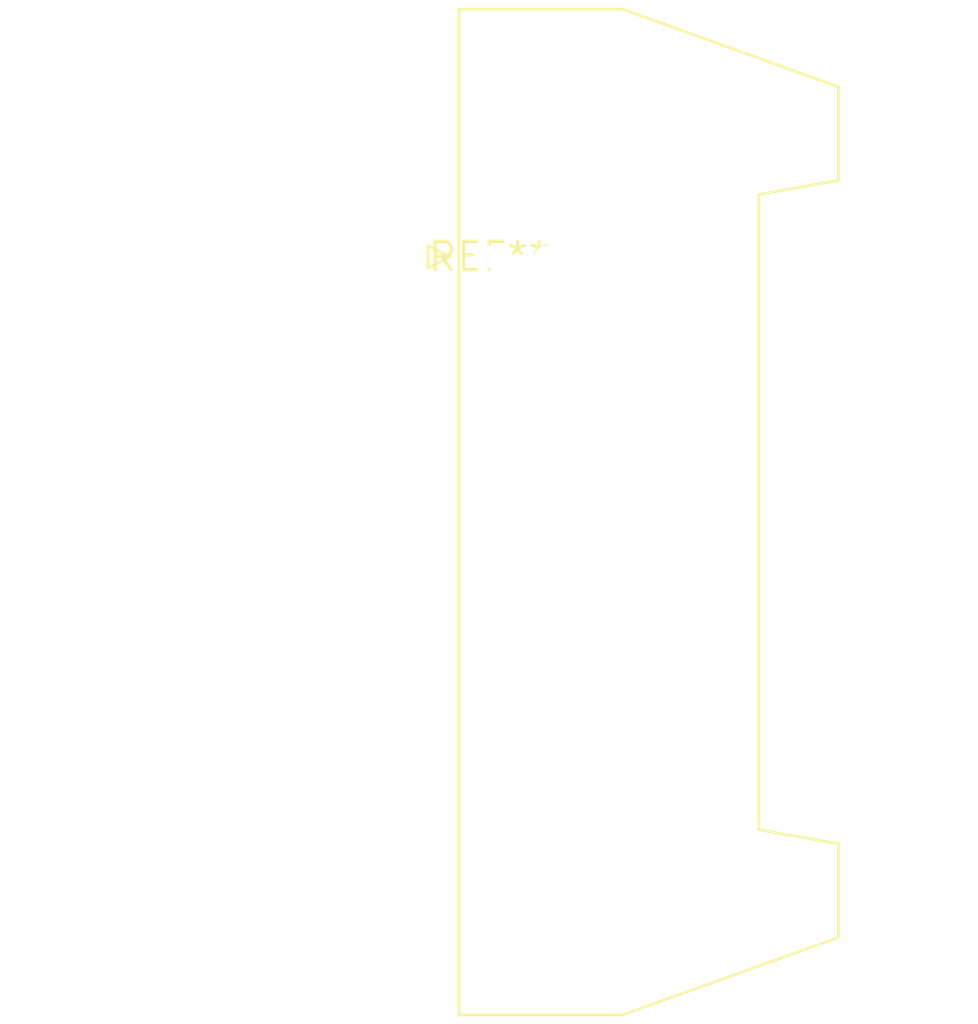
<source format=kicad_pcb>
(kicad_pcb (version 20240108) (generator pcbnew)
  (layers (0 "F.Cu" signal) (31 "B.Cu" signal) (34 "B.Paste" user) (35 "F.Paste" user) (36 "B.SilkS" user "B.Silkscreen") (37 "F.SilkS" user "F.Silkscreen") (38 "B.Mask" user) (39 "F.Mask" user) (44 "Edge.Cuts" user))
  (net 0 "")
  (footprint "IDC-Header_2x10_P2.54mm_Latch_Horizontal" (layer "F.Cu") (at 0 0)
    (property "Reference" "REF**")
    (property "Value" "IDC-Header_2x10_P2.54mm_Latch_Horizontal")
    (fp_line (start -2.74 -0.5) (end -2.74 0.5) (layer "F.SilkS") (stroke (width 0.12)))
    (fp_line (start -2.74 0.5) (end -1.74 0) (layer "F.SilkS") (stroke (width 0.12)))
    (fp_line (start -1.74 0) (end -2.74 -0.5) (layer "F.SilkS") (stroke (width 0.12)))
    (fp_line (start -1.35 -11.08) (end 5.98 -11.08) (layer "F.SilkS") (stroke (width 0.12)))
    (fp_line (start -1.35 33.94) (end -1.35 -11.08) (layer "F.SilkS") (stroke (width 0.12)))
    (fp_line (start 5.98 -11.08) (end 15.64 -7.61) (layer "F.SilkS") (stroke (width 0.12)))
    (fp_line (start 5.98 33.94) (end -1.35 33.94) (layer "F.SilkS") (stroke (width 0.12)))
    (fp_line (start 12.08 -2.79) (end 12.08 25.65) (layer "F.SilkS") (stroke (width 0.12)))
    (fp_line (start 12.08 25.65) (end 15.64 26.28) (layer "F.SilkS") (stroke (width 0.12)))
    (fp_line (start 15.64 -7.61) (end 15.64 -3.42) (layer "F.SilkS") (stroke (width 0.12)))
    (fp_line (start 15.64 -3.42) (end 12.08 -2.79) (layer "F.SilkS") (stroke (width 0.12)))
    (fp_line (start 15.64 26.28) (end 15.64 30.47) (layer "F.SilkS") (stroke (width 0.12)))
    (fp_line (start 15.64 30.47) (end 5.98 33.94) (layer "F.SilkS") (stroke (width 0.12)))
    (pad "1" thru_hole roundrect (at 0 0) (size 1.7 1.7) (drill 1) (layers *.Cu *.Mask) (remove_unused_layers) (roundrect_rratio 0.147059))
    (pad "2" thru_hole circle (at 2.54 0) (size 1.7 1.7) (drill 1) (layers *.Cu *.Mask) (remove_unused_layers))
    (pad "3" thru_hole circle (at 0 2.54) (size 1.7 1.7) (drill 1) (layers *.Cu *.Mask) (remove_unused_layers))
    (pad "4" thru_hole circle (at 2.54 2.54) (size 1.7 1.7) (drill 1) (layers *.Cu *.Mask) (remove_unused_layers))
    (pad "5" thru_hole circle (at 0 5.08) (size 1.7 1.7) (drill 1) (layers *.Cu *.Mask) (remove_unused_layers))
    (pad "6" thru_hole circle (at 2.54 5.08) (size 1.7 1.7) (drill 1) (layers *.Cu *.Mask) (remove_unused_layers))
    (pad "7" thru_hole circle (at 0 7.62) (size 1.7 1.7) (drill 1) (layers *.Cu *.Mask) (remove_unused_layers))
    (pad "8" thru_hole circle (at 2.54 7.62) (size 1.7 1.7) (drill 1) (layers *.Cu *.Mask) (remove_unused_layers))
    (pad "9" thru_hole circle (at 0 10.16) (size 1.7 1.7) (drill 1) (layers *.Cu *.Mask) (remove_unused_layers))
    (pad "10" thru_hole circle (at 2.54 10.16) (size 1.7 1.7) (drill 1) (layers *.Cu *.Mask) (remove_unused_layers))
    (pad "11" thru_hole circle (at 0 12.7) (size 1.7 1.7) (drill 1) (layers *.Cu *.Mask) (remove_unused_layers))
    (pad "12" thru_hole circle (at 2.54 12.7) (size 1.7 1.7) (drill 1) (layers *.Cu *.Mask) (remove_unused_layers))
    (pad "13" thru_hole circle (at 0 15.24) (size 1.7 1.7) (drill 1) (layers *.Cu *.Mask) (remove_unused_layers))
    (pad "14" thru_hole circle (at 2.54 15.24) (size 1.7 1.7) (drill 1) (layers *.Cu *.Mask) (remove_unused_layers))
    (pad "15" thru_hole circle (at 0 17.78) (size 1.7 1.7) (drill 1) (layers *.Cu *.Mask) (remove_unused_layers))
    (pad "16" thru_hole circle (at 2.54 17.78) (size 1.7 1.7) (drill 1) (layers *.Cu *.Mask) (remove_unused_layers))
    (pad "17" thru_hole circle (at 0 20.32) (size 1.7 1.7) (drill 1) (layers *.Cu *.Mask) (remove_unused_layers))
    (pad "18" thru_hole circle (at 2.54 20.32) (size 1.7 1.7) (drill 1) (layers *.Cu *.Mask) (remove_unused_layers))
    (pad "19" thru_hole circle (at 0 22.86) (size 1.7 1.7) (drill 1) (layers *.Cu *.Mask) (remove_unused_layers))
    (pad "20" thru_hole circle (at 2.54 22.86) (size 1.7 1.7) (drill 1) (layers *.Cu *.Mask) (remove_unused_layers))
  )
)
</source>
